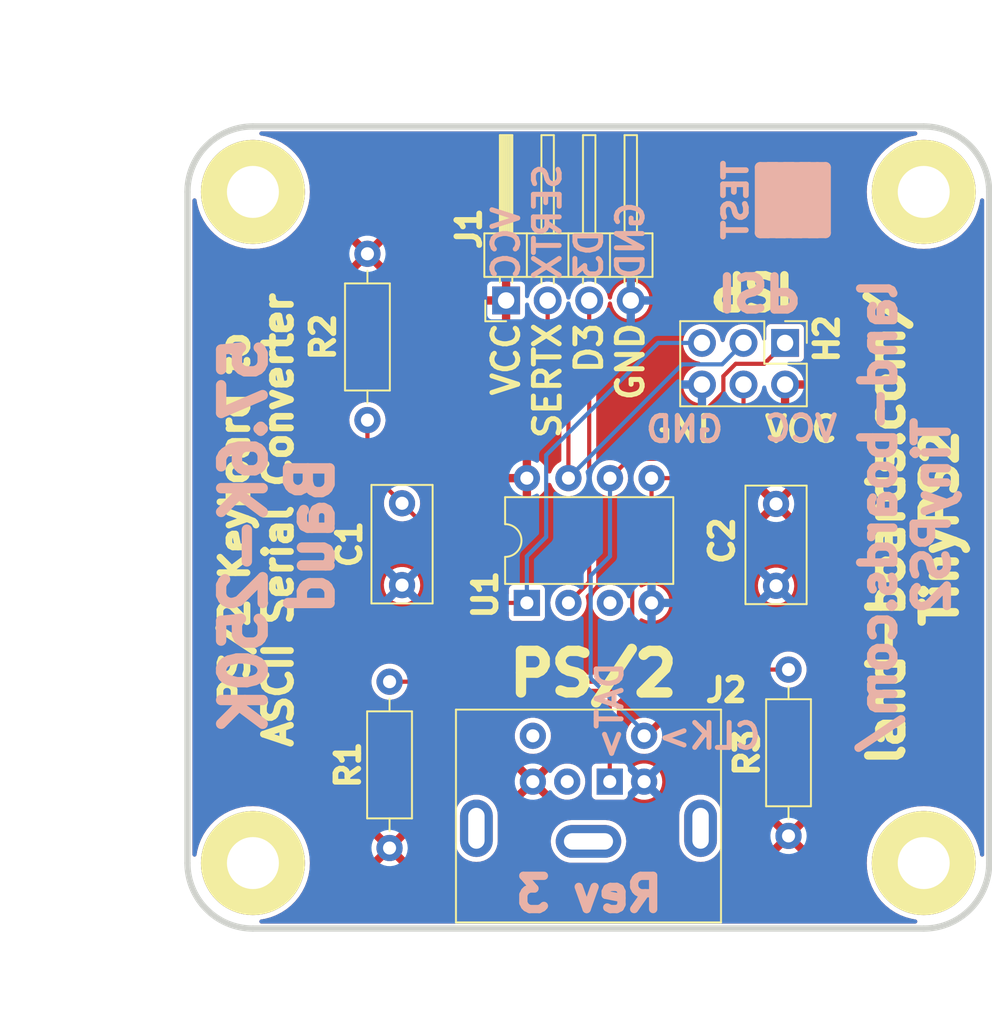
<source format=kicad_pcb>
(kicad_pcb (version 20211014) (generator pcbnew)
  (title_block (date "28 mar 2015") (rev "X1"))
  (layers (0 "F.Cu" signal "Front") (31 "B.Cu" signal "Back") (34 "B.Paste" user) (35 "F.Paste" user) (36 "B.SilkS" user "B.Silkscreen") (37 "F.SilkS" user "F.Silkscreen") (38 "B.Mask" user) (39 "F.Mask" user) (44 "Edge.Cuts" user))
  (net 0 "")
  (net 1 "/RST*")
  (net 2 "GND")
  (net 3 "VCC")
  (net 4 "/KBCLK")
  (net 5 "/SERTX")
  (net 6 "/KBDAT")
  (net 7 "/D3")
  (net 10 "/D4")
  (footprint "Capacitor_THT:C_Rect_L7.0mm_W3.5mm_P5.00mm" (layer "F.Cu") (at 23.114 33.02 -90)
    (fp_text reference "C1" (at 2.5 3.22 90) (layer "F.SilkS") (effects (font (size 1.397 1.397) (thickness 0.34925))))
    (fp_text value "0.1uF")
    (fp_line (start -1.12 -1.87) (end 6.12 -1.87) (layer "F.SilkS") (width 0.12))
    (fp_line (start 6.12 -1.87) (end 6.12 1.87) (layer "F.SilkS") (width 0.12))
    (fp_line (start -1.12 -1.87) (end -1.12 1.87) (layer "F.SilkS") (width 0.12))
    (fp_line (start -1.12 1.87) (end 6.12 1.87) (layer "F.SilkS") (width 0.12))
    (pad "1" thru_hole circle (at 0 0 270) (size 1.6 1.6) (drill 0.8) (layers *.Cu *.Mask) (net 1 "/RST*"))
    (pad "2" thru_hole circle (at 5 0 270) (size 1.6 1.6) (drill 0.8) (layers *.Cu *.Mask) (net 2 "GND"))
  )
  (footprint "Capacitor_THT:C_Rect_L7.0mm_W3.5mm_P5.00mm" (layer "F.Cu") (at 45.974 33.06 -90)
    (fp_text reference "C2" (at 2.246 3.302 90) (layer "F.SilkS") (effects (font (size 1.397 1.397) (thickness 0.381))))
    (fp_text value "0.1uF")
    (fp_line (start 6.12 -1.87) (end 6.12 1.87) (layer "F.SilkS") (width 0.12))
    (fp_line (start -1.12 -1.87) (end 6.12 -1.87) (layer "F.SilkS") (width 0.12))
    (fp_line (start -1.12 1.87) (end 6.12 1.87) (layer "F.SilkS") (width 0.12))
    (fp_line (start -1.12 -1.87) (end -1.12 1.87) (layer "F.SilkS") (width 0.12))
    (pad "1" thru_hole circle (at 0 0 270) (size 1.6 1.6) (drill 0.8) (layers *.Cu *.Mask) (net 3 "VCC"))
    (pad "2" thru_hole circle (at 5 0 270) (size 1.6 1.6) (drill 0.8) (layers *.Cu *.Mask) (net 2 "GND"))
  )
  (footprint "Connector_PinHeader_2.54mm:PinHeader_2x03_P2.54mm_Vertical" (layer "F.Cu") (at 46.525 23.225 -90)
    (fp_text reference "H2" (at -0.254 -2.555 -90) (layer "F.SilkS") (effects (font (size 1.397 1.397) (thickness 0.381))))
    (fp_text value "CONN_3X2")
    (fp_line (start 1.27 1.27) (end 1.27 -1.33) (layer "F.SilkS") (width 0.12))
    (fp_line (start -1.33 1.27) (end -1.33 6.41) (layer "F.SilkS") (width 0.12))
    (fp_line (start -1.33 1.27) (end 1.27 1.27) (layer "F.SilkS") (width 0.12))
    (fp_line (start -1.33 0) (end -1.33 -1.33) (layer "F.SilkS") (width 0.12))
    (fp_line (start -1.33 6.41) (end 3.87 6.41) (layer "F.SilkS") (width 0.12))
    (fp_line (start -1.33 -1.33) (end 0 -1.33) (layer "F.SilkS") (width 0.12))
    (fp_line (start 3.87 -1.33) (end 3.87 6.41) (layer "F.SilkS") (width 0.12))
    (fp_line (start 1.27 -1.33) (end 3.87 -1.33) (layer "F.SilkS") (width 0.12))
    (pad "1" thru_hole rect locked (at 0 0 270) (size 1.7 1.7) (drill 1) (layers *.Cu *.Mask) (net 4 "/KBCLK"))
    (pad "2" thru_hole oval locked (at 2.54 0 270) (size 1.7 1.7) (drill 1) (layers *.Cu *.Mask) (net 3 "VCC"))
    (pad "3" thru_hole oval locked (at 0 2.54 270) (size 1.7 1.7) (drill 1) (layers *.Cu *.Mask) (net 5 "/SERTX"))
    (pad "4" thru_hole oval locked (at 2.54 2.54 270) (size 1.7 1.7) (drill 1) (layers *.Cu *.Mask) (net 6 "/KBDAT"))
    (pad "5" thru_hole oval locked (at 0 5.08 270) (size 1.7 1.7) (drill 1) (layers *.Cu *.Mask) (net 1 "/RST*"))
    (pad "6" thru_hole oval locked (at 2.54 5.08 270) (size 1.7 1.7) (drill 1) (layers *.Cu *.Mask) (net 2 "GND"))
  )
  (footprint "Connector_PinHeader_2.54mm:PinHeader_1x04_P2.54mm_Horizontal" (layer "F.Cu") (at 29.474 20.631 90)
    (fp_text reference "J1" (at 4.385 -2.27 90) (layer "F.SilkS") (effects (font (size 1.397 1.397) (thickness 0.381))))
    (fp_text value "Conn_01x04")
    (fp_line (start 4.1 -0.32) (end 10.1 -0.32) (layer "F.SilkS") (width 0.12))
    (fp_line (start 1.44 6.35) (end 4.1 6.35) (layer "F.SilkS") (width 0.12))
    (fp_line (start 1.042929 2.92) (end 1.44 2.92) (layer "F.SilkS") (width 0.12))
    (fp_line (start 10.1 2.92) (end 4.1 2.92) (layer "F.SilkS") (width 0.12))
    (fp_line (start 4.1 0.04) (end 10.1 0.04) (layer "F.SilkS") (width 0.12))
    (fp_line (start 10.1 8) (end 4.1 8) (layer "F.SilkS") (width 0.12))
    (fp_line (start 1.042929 8) (end 1.44 8) (layer "F.SilkS") (width 0.12))
    (fp_line (start 1.44 3.81) (end 4.1 3.81) (layer "F.SilkS") (width 0.12))
    (fp_line (start -1.27 0) (end -1.27 -1.27) (layer "F.SilkS") (width 0.12))
    (fp_line (start 1.042929 4.7) (end 1.44 4.7) (layer "F.SilkS") (width 0.12))
    (fp_line (start 4.1 -0.08) (end 10.1 -0.08) (layer "F.SilkS") (width 0.12))
    (fp_line (start 1.042929 5.46) (end 1.44 5.46) (layer "F.SilkS") (width 0.12))
    (fp_line (start 1.44 -1.33) (end 1.44 8.95) (layer "F.SilkS") (width 0.12))
    (fp_line (start 4.1 0.16) (end 10.1 0.16) (layer "F.SilkS") (width 0.12))
    (fp_line (start 1.44 8.95) (end 4.1 8.95) (layer "F.SilkS") (width 0.12))
    (fp_line (start 1.042929 7.24) (end 1.44 7.24) (layer "F.SilkS") (width 0.12))
    (fp_line (start 10.1 4.7) (end 10.1 5.46) (layer "F.SilkS") (width 0.12))
    (fp_line (start 10.1 -0.38) (end 10.1 0.38) (layer "F.SilkS") (width 0.12))
    (fp_line (start 1.11 -0.38) (end 1.44 -0.38) (layer "F.SilkS") (width 0.12))
    (fp_line (start 1.042929 2.16) (end 1.44 2.16) (layer "F.SilkS") (width 0.12))
    (fp_line (start 4.1 0.28) (end 10.1 0.28) (layer "F.SilkS") (width 0.12))
    (fp_line (start 10.1 0.38) (end 4.1 0.38) (layer "F.SilkS") (width 0.12))
    (fp_line (start 1.11 0.38) (end 1.44 0.38) (layer "F.SilkS") (width 0.12))
    (fp_line (start 10.1 2.16) (end 10.1 2.92) (layer "F.SilkS") (width 0.12))
    (fp_line (start 4.1 -0.2) (end 10.1 -0.2) (layer "F.SilkS") (width 0.12))
    (fp_line (start 10.1 7.24) (end 10.1 8) (layer "F.SilkS") (width 0.12))
    (fp_line (start -1.27 -1.27) (end 0 -1.27) (layer "F.SilkS") (width 0.12))
    (fp_line (start 4.1 8.95) (end 4.1 -1.33) (layer "F.SilkS") (width 0.12))
    (fp_line (start 1.44 1.27) (end 4.1 1.27) (layer "F.SilkS") (width 0.12))
    (fp_line (start 4.1 2.16) (end 10.1 2.16) (layer "F.SilkS") (width 0.12))
    (fp_line (start 4.1 -0.38) (end 10.1 -0.38) (layer "F.SilkS") (width 0.12))
    (fp_line (start 10.1 5.46) (end 4.1 5.46) (layer "F.SilkS") (width 0.12))
    (fp_line (start 4.1 -1.33) (end 1.44 -1.33) (layer "F.SilkS") (width 0.12))
    (fp_line (start 4.1 4.7) (end 10.1 4.7) (layer "F.SilkS") (width 0.12))
    (fp_line (start 4.1 7.24) (end 10.1 7.24) (layer "F.SilkS") (width 0.12))
    (pad "1" thru_hole rect (at 0 0 90) (size 1.7 1.7) (drill 1) (layers *.Cu *.Mask) (net 3 "VCC"))
    (pad "2" thru_hole oval (at 0 2.54 90) (size 1.7 1.7) (drill 1) (layers *.Cu *.Mask) (net 5 "/SERTX"))
    (pad "3" thru_hole oval (at 0 5.08 90) (size 1.7 1.7) (drill 1) (layers *.Cu *.Mask) (net 7 "/D3"))
    (pad "4" thru_hole oval (at 0 7.62 90) (size 1.7 1.7) (drill 1) (layers *.Cu *.Mask) (net 2 "GND"))
  )
  (footprint "Resistor_THT:R_Axial_DIN0207_L6.3mm_D2.5mm_P10.16mm_Horizontal" (layer "F.Cu") (at 21 17.78 -90)
    (fp_text reference "R2" (at 5.08 2.712 90) (layer "F.SilkS") (effects (font (size 1.397 1.397) (thickness 0.34925))))
    (fp_text value "10K")
    (fp_line (start 1.81 -1.37) (end 1.81 1.37) (layer "F.SilkS") (width 0.12))
    (fp_line (start 9.12 0) (end 8.35 0) (layer "F.SilkS") (width 0.12))
    (fp_line (start 8.35 -1.37) (end 1.81 -1.37) (layer "F.SilkS") (width 0.12))
    (fp_line (start 8.35 1.37) (end 8.35 -1.37) (layer "F.SilkS") (width 0.12))
    (fp_line (start 1.81 1.37) (end 8.35 1.37) (layer "F.SilkS") (width 0.12))
    (fp_line (start 1.04 0) (end 1.81 0) (layer "F.SilkS") (width 0.12))
    (pad "1" thru_hole circle (at 0 0 270) (size 1.6 1.6) (drill 0.8) (layers *.Cu *.Mask) (net 3 "VCC"))
    (pad "2" thru_hole oval (at 10.16 0 270) (size 1.6 1.6) (drill 0.8) (layers *.Cu *.Mask) (net 1 "/RST*"))
  )
  (footprint "Package_DIP:DIP-8_W7.62mm" (layer "F.Cu") (at 30.744 39.106 90)
    (fp_text reference "U1" (at 0.508 -2.54 90) (layer "F.SilkS") (effects (font (size 1.397 1.397) (thickness 0.381))))
    (fp_text value "ATTINY85-20PU")
    (fp_line (start 1.16 -1.33) (end 1.16 8.95) (layer "F.SilkS") (width 0.12))
    (fp_line (start 6.46 -1.33) (end 4.81 -1.33) (layer "F.SilkS") (width 0.12))
    (fp_line (start 2.81 -1.33) (end 1.16 -1.33) (layer "F.SilkS") (width 0.12))
    (fp_line (start 1.16 8.95) (end 6.46 8.95) (layer "F.SilkS") (width 0.12))
    (fp_line (start 6.46 8.95) (end 6.46 -1.33) (layer "F.SilkS") (width 0.12))
    (fp_arc (start 4.81 -1.33) (mid 3.81 -0.33) (end 2.81 -1.33) (layer "F.SilkS") (width 0.12))
    (pad "1" thru_hole rect locked (at 0 0 90) (size 1.6 1.6) (drill 0.8) (layers *.Cu *.Mask) (net 1 "/RST*"))
    (pad "2" thru_hole oval locked (at 0 2.54 90) (size 1.6 1.6) (drill 0.8) (layers *.Cu *.Mask) (net 7 "/D3"))
    (pad "3" thru_hole oval locked (at 0 5.08 90) (size 1.6 1.6) (drill 0.8) (layers *.Cu *.Mask) (net 10 "/D4"))
    (pad "4" thru_hole oval locked (at 0 7.62 90) (size 1.6 1.6) (drill 0.8) (layers *.Cu *.Mask) (net 2 "GND"))
    (pad "5" thru_hole oval locked (at 7.62 7.62 90) (size 1.6 1.6) (drill 0.8) (layers *.Cu *.Mask) (net 6 "/KBDAT"))
    (pad "6" thru_hole oval locked (at 7.62 5.08 90) (size 1.6 1.6) (drill 0.8) (layers *.Cu *.Mask) (net 4 "/KBCLK"))
    (pad "7" thru_hole oval locked (at 7.62 2.54 90) (size 1.6 1.6) (drill 0.8) (layers *.Cu *.Mask) (net 5 "/SERTX"))
    (pad "8" thru_hole oval locked (at 7.62 0 90) (size 1.6 1.6) (drill 0.8) (layers *.Cu *.Mask) (net 3 "VCC"))
  )
  (footprint "LandBoards_Conns:Connector_Mini-DIN_Female_6Pin_2rows" (layer "F.Cu") (at 35.81 50.025)
    (fp_text reference "J2" (at 7.112 -5.588) (layer "F.SilkS") (effects (font (size 1.397 1.397) (thickness 0.381))))
    (fp_text value "PS2_DIN6")
    (fp_line (start -9.4 8.6) (end 6.8 8.6) (layer "F.SilkS") (width 0.12))
    (fp_line (start 6.8 -4.4) (end 6.8 8.6) (layer "F.SilkS") (width 0.12))
    (fp_line (start -9.4 -4.4) (end 6.8 -4.4) (layer "F.SilkS") (width 0.12))
    (fp_line (start -9.4 -4.4) (end -9.4 8.6) (layer "F.SilkS") (width 0.12))
    (pad "1" thru_hole rect locked (at 0 0) (size 1.6 1.6) (drill 0.8) (layers *.Cu *.Mask) (net 6 "/KBDAT"))
    (pad "2" thru_hole circle locked (at -2.6 0) (size 1.6 1.6) (drill 0.8) (layers *.Cu *.Mask))
    (pad "3" thru_hole circle locked (at 2.1 0) (size 1.6 1.6) (drill 0.8) (layers *.Cu *.Mask) (net 2 "GND"))
    (pad "4" thru_hole circle locked (at -4.7 0) (size 1.6 1.6) (drill 0.8) (layers *.Cu *.Mask) (net 3 "VCC"))
    (pad "5" thru_hole circle locked (at 2.1 -2.8) (size 1.6 1.6) (drill 0.8) (layers *.Cu *.Mask) (net 4 "/KBCLK"))
    (pad "6" thru_hole circle locked (at -4.7 -2.8) (size 1.6 1.6) (drill 0.8) (layers *.Cu *.Mask))
    (pad "7" thru_hole oval locked (at -8.15 2.85) (size 2 3.5) (drill oval 1 2.5) (layers *.Cu *.Mask))
    (pad "7" thru_hole oval locked (at -1.3 3.65) (size 4 2) (drill oval 3 1) (layers *.Cu *.Mask))
    (pad "7" thru_hole oval locked (at 5.55 2.85) (size 2 3.5) (drill oval 1 2.5) (layers *.Cu *.Mask))
  )
  (footprint "Resistor_THT:R_Axial_DIN0207_L6.3mm_D2.5mm_P10.16mm_Horizontal" (layer "F.Cu") (at 46.736 53.34 90)
    (fp_text reference "R3" (at 5.08 -2.54 90) (layer "F.SilkS") (effects (font (size 1.397 1.397) (thickness 0.34925))))
    (fp_text value "10K")
    (fp_line (start 1.81 -1.37) (end 1.81 1.37) (layer "F.SilkS") (width 0.12))
    (fp_line (start 9.12 0) (end 8.35 0) (layer "F.SilkS") (width 0.12))
    (fp_line (start 8.35 1.37) (end 8.35 -1.37) (layer "F.SilkS") (width 0.12))
    (fp_line (start 8.35 -1.37) (end 1.81 -1.37) (layer "F.SilkS") (width 0.12))
    (fp_line (start 1.04 0) (end 1.81 0) (layer "F.SilkS") (width 0.12))
    (fp_line (start 1.81 1.37) (end 8.35 1.37) (layer "F.SilkS") (width 0.12))
    (pad "1" thru_hole circle (at 0 0 90) (size 1.6 1.6) (drill 0.8) (layers *.Cu *.Mask) (net 3 "VCC"))
    (pad "2" thru_hole oval (at 10.16 0 90) (size 1.6 1.6) (drill 0.8) (layers *.Cu *.Mask) (net 4 "/KBCLK"))
  )
  (footprint "Resistor_THT:R_Axial_DIN0207_L6.3mm_D2.5mm_P10.16mm_Horizontal" (layer "F.Cu") (at 22.352 54.08 90)
    (fp_text reference "R1" (at 5.08 -2.54 90) (layer "F.SilkS") (effects (font (size 1.397 1.397) (thickness 0.34925))))
    (fp_text value "10K")
    (fp_line (start 8.35 -1.37) (end 1.81 -1.37) (layer "F.SilkS") (width 0.12))
    (fp_line (start 1.81 -1.37) (end 1.81 1.37) (layer "F.SilkS") (width 0.12))
    (fp_line (start 1.81 1.37) (end 8.35 1.37) (layer "F.SilkS") (width 0.12))
    (fp_line (start 9.12 0) (end 8.35 0) (layer "F.SilkS") (width 0.12))
    (fp_line (start 1.04 0) (end 1.81 0) (layer "F.SilkS") (width 0.12))
    (fp_line (start 8.35 1.37) (end 8.35 -1.37) (layer "F.SilkS") (width 0.12))
    (pad "1" thru_hole circle (at 0 0 90) (size 1.6 1.6) (drill 0.8) (layers *.Cu *.Mask) (net 3 "VCC"))
    (pad "2" thru_hole oval (at 10.16 0 90) (size 1.6 1.6) (drill 0.8) (layers *.Cu *.Mask) (net 6 "/KBDAT"))
  )
  (footprint "LandBoards_Marking:TEST_BLK-REAR" (layer "F.Cu") (at 47 14.5 90)
    (fp_text reference "TEST" (at 0 -3.5 90) (layer "B.SilkS") (effects (font (size 1.397 1.397) (thickness 0.381)) (justify mirror)))
    (fp_text value "COUPON" hide)
    (fp_line (start 2 0.5) (end 2 1) (layer "B.SilkS") (width 0.65))
    (fp_line (start 2 2) (end -2 2) (layer "B.SilkS") (width 0.65))
    (fp_line (start -2 -1.5) (end 2 -1.5) (layer "B.SilkS") (width 0.65))
    (fp_line (start -2 0.5) (end 1.5 0.5) (layer "B.SilkS") (width 0.65))
    (fp_line (start -2 1) (end -2 1.5) (layer "B.SilkS") (width 0.65))
    (fp_line (start -2 -0.5) (end 2 -0.5) (layer "B.SilkS") (width 0.65))
    (fp_line (start 2 -1.5) (end 2 -1) (layer "B.SilkS") (width 0.65))
    (fp_line (start 2 0) (end -2 0) (layer "B.SilkS") (width 0.65))
    (fp_line (start 2 -0.5) (end 2 0) (layer "B.SilkS") (width 0.65))
    (fp_line (start -2 1.5) (end 2 1.5) (layer "B.SilkS") (width 0.65))
    (fp_line (start 2 1) (end -2 1) (layer "B.SilkS") (width 0.65))
    (fp_line (start -2 -2) (end 2 -2) (layer "B.SilkS") (width 0.65))
    (fp_line (start -2 -2) (end -2 -1.5) (layer "B.SilkS") (width 0.65))
    (fp_line (start -2 2) (end -2 -2) (layer "B.SilkS") (width 0.65))
    (fp_line (start 2 -1) (end -2 -1) (layer "B.SilkS") (width 0.65))
    (fp_line (start 1.5 0.5) (end 2 0.5) (layer "B.SilkS") (width 0.65))
    (fp_line (start 2 -2) (end 2 2) (layer "B.SilkS") (width 0.65))
    (fp_line (start -2 -1) (end -2 -0.5) (layer "B.SilkS") (width 0.65))
    (fp_line (start -2 0) (end -2 0.5) (layer "B.SilkS") (width 0.65))
  )
  (footprint "LandBoards_MountHoles:MTG-4-40" (layer "F.Cu") (at 55 14)
    (fp_text reference "MTG3" hide)
    (fp_text value "MTG_HOLE" hide)
    (pad "1" thru_hole circle locked (at 0 0) (size 6.35 6.35) (drill 3.175) (layers *.Cu *.Mask "F.SilkS"))
  )
  (footprint "LandBoards_MountHoles:MTG-4-40" (layer "F.Cu") (at 14 55)
    (fp_text reference "MTG4" hide)
    (fp_text value "MTG_HOLE" hide)
    (pad "1" thru_hole circle locked (at 0 0) (size 6.35 6.35) (drill 3.175) (layers *.Cu *.Mask "F.SilkS"))
  )
  (footprint "LandBoards_MountHoles:MTG-4-40" (layer "F.Cu") (at 14 14)
    (fp_text reference "MTG2" hide)
    (fp_text value "MTG_HOLE" hide)
    (pad "1" thru_hole circle locked (at 0 0) (size 6.35 6.35) (drill 3.175) (layers *.Cu *.Mask "F.SilkS"))
  )
  (footprint "LandBoards_MountHoles:MTG-4-40" (layer "F.Cu") (at 55 55)
    (fp_text reference "MTG1" hide)
    (fp_text value "MTG_HOLE" hide)
    (pad "1" thru_hole circle locked (at 0 0) (size 6.35 6.35) (drill 3.175) (layers *.Cu *.Mask "F.SilkS"))
  )
  (gr_arc (start 14 59) (mid 11.171573 57.828427) (end 10 55) (layer "Edge.Cuts") (width 0.381))
  (gr_line (start 10 55) (end 10 14) (layer "Edge.Cuts") (width 0.381))
  (gr_line (start 55 59) (end 14 59) (layer "Edge.Cuts") (width 0.381))
  (gr_line (start 14 10) (end 55 10) (layer "Edge.Cuts") (width 0.381))
  (gr_line (start 59 14) (end 59 55) (layer "Edge.Cuts") (width 0.381))
  (gr_arc (start 10 14) (mid 11.171573 11.171573) (end 14 10) (layer "Edge.Cuts") (width 0.381))
  (gr_arc (start 59 55) (mid 57.828427 57.828427) (end 55 59) (layer "Edge.Cuts") (width 0.381))
  (gr_arc (start 55 10) (mid 57.828427 11.171573) (end 59 14) (layer "Edge.Cuts") (width 0.381))
  (gr_text "CLK>" (at 41.91 47.244) (layer "B.SilkS") (effects (font (size 1.524 1.524) (thickness 0.3048)) (justify mirror)))
  (gr_text "57.6K-250K\nBaud" (at 15.5 35 90) (layer "B.SilkS") (effects (font (size 2.54 2.54) (thickness 0.635)) (justify mirror)))
  (gr_text "VCC" (at 47.5 28.448) (layer "B.SilkS") (effects (font (size 1.524 1.524) (thickness 0.3048)) (justify mirror)))
  (gr_text "ISP" (at 44.958 20.066 180) (layer "B.SilkS") (effects (font (size 2.032 2.032) (thickness 0.508)) (justify mirror)))
  (gr_text "Rev 3" (at 34.544 56.896) (layer "B.SilkS") (effects (font (size 2.032 2.032) (thickness 0.508)) (justify mirror)))
  (gr_text "land-boards.com/\nTinyPS2" (at 53.864 33.782 90) (layer "B.SilkS") (effects (font (size 2.032 2.032) (thickness 0.508)) (justify mirror)))
  (gr_text "DAT>" (at 35.814 45.72 90) (layer "B.SilkS") (effects (font (size 1.524 1.524) (thickness 0.3048)) (justify mirror)))
  (gr_text "VCC\nSERTX\nD3\nGND" (at 33.274 19.5 90) (layer "B.SilkS") (effects (font (size 1.5748 1.524) (thickness 0.3048)) (justify right mirror)))
  (gr_text "GND" (at 40.386 28.5) (layer "B.SilkS") (effects (font (size 1.524 1.524) (thickness 0.3048)) (justify mirror)))
  (gr_text "VCC\nSERTX\nD3\nGND" (at 33.274 21.844 90) (layer "F.SilkS") (effects (font (size 1.5748 1.524) (thickness 0.3048)) (justify right)))
  (gr_text "VCC" (at 47.5 28.5) (layer "F.SilkS") (effects (font (size 1.524 1.524) (thickness 0.3048))))
  (gr_text "GND" (at 40.386 28.5) (layer "F.SilkS") (effects (font (size 1.524 1.524) (thickness 0.3048))))
  (gr_text "PS/2" (at 34.798 43.434) (layer "F.SilkS") (effects (font (size 2.54 2.54) (thickness 0.635))))
  (gr_text "PS/2 Keyboard to\nASCII Serial Converter" (at 14.224 34.036 90) (layer "F.SilkS") (effects (font (size 1.651 1.651) (thickness 0.41275))))
  (gr_text "ISP" (at 44.5 20 180) (layer "F.SilkS") (effects (font (size 2.032 2.032) (thickness 0.508))))
  (gr_text "land-boards.com/\nTinyPS2" (at 54.356 34.544 90) (layer "F.SilkS") (effects (font (size 2.032 2.032) (thickness 0.508))))
  (segment (start 21 30.906) (end 23.114 33.02) (width 0.254) (layer "F.Cu") (net 1))
  (segment (start 29.2 39.106) (end 23.114 33.02) (width 0.254) (layer "F.Cu") (net 1))
  (segment (start 21 27.94) (end 21 30.906) (width 0.254) (layer "F.Cu") (net 1))
  (segment (start 30.744 39.106) (end 29.2 39.106) (width 0.254) (layer "F.Cu") (net 1))
  (segment (start 41.445 23.225) (end 38.775 23.225) (width 0.254) (layer "B.Cu") (net 1))
  (segment (start 30.744 36.256) (end 30.744 39.106) (width 0.254) (layer "B.Cu") (net 1))
  (segment (start 31.924511 30.075489) (end 31.924511 35.075489) (width 0.254) (layer "B.Cu") (net 1))
  (segment (start 38.775 23.225) (end 31.924511 30.075489) (width 0.254) (layer "B.Cu") (net 1))
  (segment (start 31.924511 35.075489) (end 30.744 36.256) (width 0.254) (layer "B.Cu") (net 1))
  (segment (start 42.226 43.18) (end 38.168 47.238) (width 0.254) (layer "F.Cu") (net 4))
  (segment (start 41.955 43.18) (end 37.91 47.225) (width 0.254) (layer "F.Cu") (net 4))
  (segment (start 42.754489 25.255305) (end 43.509794 24.5) (width 0.254) (layer "F.Cu") (net 4))
  (segment (start 45.25 24.5) (end 46.525 23.225) (width 0.254) (layer "F.Cu") (net 4))
  (segment (start 35.824 31.486) (end 37.004511 30.305489) (width 0.254) (layer "F.Cu") (net 4))
  (segment (start 37.004511 30.305489) (end 38.694511 30.305489) (width 0.254) (layer "F.Cu") (net 4))
  (segment (start 38.694511 30.305489) (end 42.754489 26.245511) (width 0.254) (layer "F.Cu") (net 4))
  (segment (start 42.754489 26.245511) (end 42.754489 25.255305) (width 0.254) (layer "F.Cu") (net 4))
  (segment (start 43.509794 24.5) (end 45.25 24.5) (width 0.254) (layer "F.Cu") (net 4))
  (segment (start 41.955 43.18) (end 46.736 43.18) (width 0.254) (layer "F.Cu") (net 4))
  (segment (start 34.643489 43.713489) (end 34.643489 37.437489) (width 0.254) (layer "B.Cu") (net 4))
  (segment (start 38.168 47.238) (end 34.643489 43.713489) (width 0.254) (layer "B.Cu") (net 4))
  (segment (start 35.824 31.486) (end 35.824 36.256978) (width 0.254) (layer "B.Cu") (net 4))
  (segment (start 35.824 36.256978) (end 34.643489 37.437489) (width 0.254) (layer "B.Cu") (net 4))
  (segment (start 33.284 27.188) (end 33.284 31.486) (width 0.254) (layer "F.Cu") (net 5))
  (segment (start 32.014 20.631) (end 32.014 25.918) (width 0.254) (layer "F.Cu") (net 5))
  (segment (start 32.014 25.918) (end 33.284 27.188) (width 0.254) (layer "F.Cu") (net 5))
  (segment (start 33.284 31.486) (end 40.235511 24.534489) (width 0.254) (layer "B.Cu") (net 5))
  (segment (start 40.235511 24.534489) (end 42.675511 24.534489) (width 0.254) (layer "B.Cu") (net 5))
  (segment (start 42.675511 24.534489) (end 43.985 23.225) (width 0.254) (layer "B.Cu") (net 5))
  (segment (start 40.014 31.486) (end 43.985 27.515) (width 0.254) (layer "F.Cu") (net 6))
  (segment (start 35.81 44.962) (end 37.183489 43.588511) (width 0.254) (layer "F.Cu") (net 6))
  (segment (start 35.284 43.92) (end 22.352 43.92) (width 0.254) (layer "F.Cu") (net 6))
  (segment (start 43.985 27.515) (end 43.985 25.765) (width 0.254) (layer "F.Cu") (net 6))
  (segment (start 35.81 50.025) (end 35.81 44.962) (width 0.254) (layer "F.Cu") (net 6))
  (segment (start 36.068 44.704) (end 35.284 43.92) (width 0.254) (layer "F.Cu") (net 6))
  (segment (start 38.364 31.486) (end 38.364 33.716978) (width 0.254) (layer "F.Cu") (net 6))
  (segment (start 37.183489 43.588511) (end 37.183489 34.897489) (width 0.254) (layer "F.Cu") (net 6))
  (segment (start 38.364 31.486) (end 40.014 31.486) (width 0.254) (layer "F.Cu") (net 6))
  (segment (start 38.364 33.716978) (end 37.183489 34.897489) (width 0.254) (layer "F.Cu") (net 6))
  (segment (start 34.554 20.631) (end 34.554 37.836) (width 0.254) (layer "F.Cu") (net 7))
  (segment (start 34.554 37.836) (end 33.284 39.106) (width 0.254) (layer "F.Cu") (net 7))
  (zone (net 3) (net_name "VCC") (layer "F.Cu") (connect_pads (clearance 0.3048)) (min_thickness 0.254) (fill yes (thermal_gap 0.508) (thermal_bridge_width 0.508))
    (polygon (pts (xy 45.306 10) (xy 59.182 10.414) (xy 59.1915 31.3785) (xy 59.1725 59.0455) (xy 13.81 58.895) (xy 10 54.45) (xy 10 13.81) (xy 13.81 10)))
  )
  (zone (net 2) (net_name "GND") (layer "B.Cu") (connect_pads (clearance 0.3048)) (min_thickness 0.254) (fill yes (thermal_gap 0.508) (thermal_bridge_width 0.508))
    (polygon (pts (xy 13.81 10) (xy 55.085 10) (xy 58.895 13.81) (xy 58.895 55.085) (xy 55.085 58.895) (xy 13.81 58.895) (xy 10 54.45) (xy 10 13.81)))
  )
)
</source>
